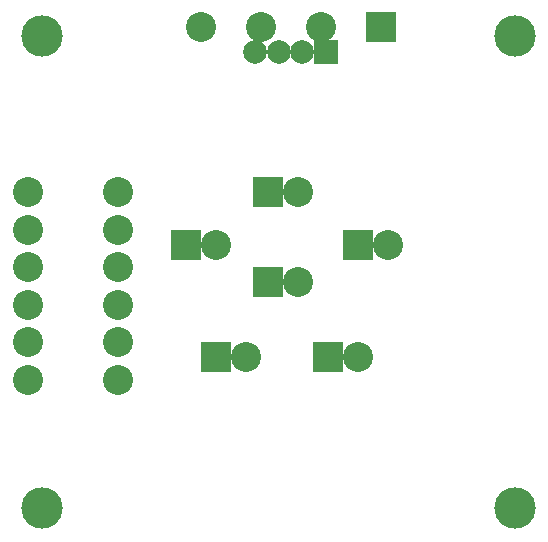
<source format=gts>
G04 #@! TF.FileFunction,Soldermask,Top*
%FSLAX46Y46*%
G04 Gerber Fmt 4.6, Leading zero omitted, Abs format (unit mm)*
G04 Created by KiCad (PCBNEW 4.0.4-stable) date 01/06/17 10:27:03*
%MOMM*%
%LPD*%
G01*
G04 APERTURE LIST*
%ADD10C,0.150000*%
%ADD11C,2.540000*%
%ADD12R,2.540000X2.540000*%
%ADD13C,3.508000*%
%ADD14R,2.008000X2.008000*%
%ADD15C,2.008000*%
G04 APERTURE END LIST*
D10*
D11*
X26670000Y31750000D03*
D12*
X24130000Y31750000D03*
D11*
X19685000Y27305000D03*
D12*
X17145000Y27305000D03*
D11*
X22225000Y17780000D03*
D12*
X19685000Y17780000D03*
D11*
X31750000Y17780000D03*
D12*
X29210000Y17780000D03*
D11*
X34290000Y27305000D03*
D12*
X31750000Y27305000D03*
D11*
X26670000Y24130000D03*
D12*
X24130000Y24130000D03*
D13*
X45000000Y45000000D03*
X5000000Y45000000D03*
X5000000Y5000000D03*
X45000000Y5000000D03*
D12*
X33655000Y45720000D03*
D11*
X28575000Y45720000D03*
X23495000Y45720000D03*
X18415000Y45720000D03*
D14*
X29035000Y43609000D03*
D15*
X27035000Y43609000D03*
X25035000Y43609000D03*
X23035000Y43609000D03*
D11*
X11430000Y31750000D03*
X3810000Y31750000D03*
X11430000Y28575000D03*
X3810000Y28575000D03*
X11430000Y25400000D03*
X3810000Y25400000D03*
X11430000Y22225000D03*
X3810000Y22225000D03*
X11430000Y19050000D03*
X3810000Y19050000D03*
X11430000Y15875000D03*
X3810000Y15875000D03*
M02*

</source>
